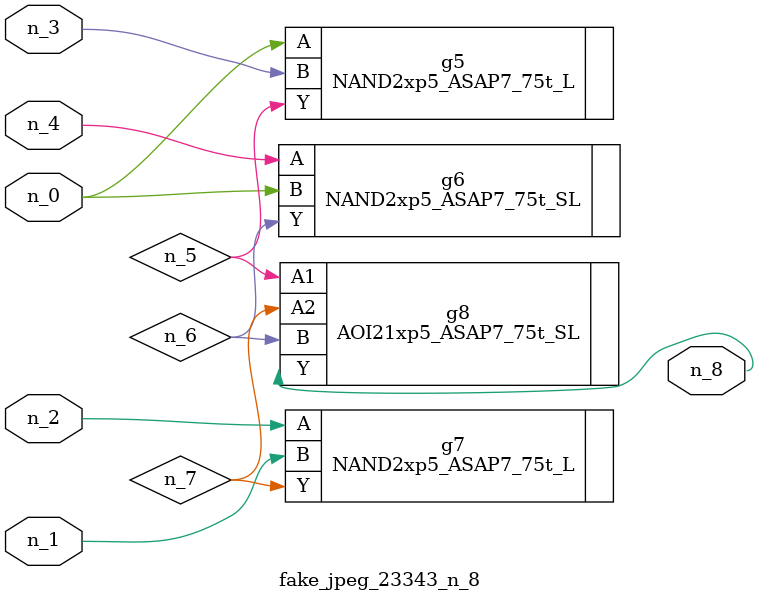
<source format=v>
module fake_jpeg_23343_n_8 (n_3, n_2, n_1, n_0, n_4, n_8);

input n_3;
input n_2;
input n_1;
input n_0;
input n_4;

output n_8;

wire n_6;
wire n_5;
wire n_7;

NAND2xp5_ASAP7_75t_L g5 ( 
.A(n_0),
.B(n_3),
.Y(n_5)
);

NAND2xp5_ASAP7_75t_SL g6 ( 
.A(n_4),
.B(n_0),
.Y(n_6)
);

NAND2xp5_ASAP7_75t_L g7 ( 
.A(n_2),
.B(n_1),
.Y(n_7)
);

AOI21xp5_ASAP7_75t_SL g8 ( 
.A1(n_5),
.A2(n_7),
.B(n_6),
.Y(n_8)
);


endmodule
</source>
